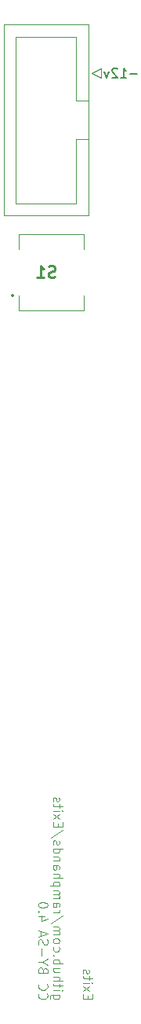
<source format=gbr>
G04 #@! TF.GenerationSoftware,KiCad,Pcbnew,(6.0.0)*
G04 #@! TF.CreationDate,2022-01-30T14:59:27+09:00*
G04 #@! TF.ProjectId,exits,65786974-732e-46b6-9963-61645f706362,2.1*
G04 #@! TF.SameCoordinates,Original*
G04 #@! TF.FileFunction,Legend,Bot*
G04 #@! TF.FilePolarity,Positive*
%FSLAX46Y46*%
G04 Gerber Fmt 4.6, Leading zero omitted, Abs format (unit mm)*
G04 Created by KiCad (PCBNEW (6.0.0)) date 2022-01-30 14:59:27*
%MOMM*%
%LPD*%
G01*
G04 APERTURE LIST*
%ADD10C,0.150000*%
%ADD11C,0.100000*%
%ADD12C,0.254000*%
%ADD13C,0.120000*%
%ADD14C,0.200000*%
G04 APERTURE END LIST*
D10*
X137814285Y-45871428D02*
X137052380Y-45871428D01*
X136052380Y-46252380D02*
X136623809Y-46252380D01*
X136338095Y-46252380D02*
X136338095Y-45252380D01*
X136433333Y-45395238D01*
X136528571Y-45490476D01*
X136623809Y-45538095D01*
X135671428Y-45347619D02*
X135623809Y-45300000D01*
X135528571Y-45252380D01*
X135290476Y-45252380D01*
X135195238Y-45300000D01*
X135147619Y-45347619D01*
X135100000Y-45442857D01*
X135100000Y-45538095D01*
X135147619Y-45680952D01*
X135719047Y-46252380D01*
X135100000Y-46252380D01*
X134766666Y-45585714D02*
X134528571Y-46252380D01*
X134290476Y-45585714D01*
D11*
X132486428Y-145496904D02*
X132486428Y-145163571D01*
X131962619Y-145020714D02*
X131962619Y-145496904D01*
X132962619Y-145496904D01*
X132962619Y-145020714D01*
X131962619Y-144687380D02*
X132629285Y-144163571D01*
X132629285Y-144687380D02*
X131962619Y-144163571D01*
X131962619Y-143782619D02*
X132629285Y-143782619D01*
X132962619Y-143782619D02*
X132915000Y-143830238D01*
X132867380Y-143782619D01*
X132915000Y-143735000D01*
X132962619Y-143782619D01*
X132867380Y-143782619D01*
X132629285Y-143449285D02*
X132629285Y-143068333D01*
X132962619Y-143306428D02*
X132105476Y-143306428D01*
X132010238Y-143258809D01*
X131962619Y-143163571D01*
X131962619Y-143068333D01*
X132010238Y-142782619D02*
X131962619Y-142687380D01*
X131962619Y-142496904D01*
X132010238Y-142401666D01*
X132105476Y-142354047D01*
X132153095Y-142354047D01*
X132248333Y-142401666D01*
X132295952Y-142496904D01*
X132295952Y-142639761D01*
X132343571Y-142735000D01*
X132438809Y-142782619D01*
X132486428Y-142782619D01*
X132581666Y-142735000D01*
X132629285Y-142639761D01*
X132629285Y-142496904D01*
X132581666Y-142401666D01*
X129409285Y-145068333D02*
X128599761Y-145068333D01*
X128504523Y-145115952D01*
X128456904Y-145163571D01*
X128409285Y-145258809D01*
X128409285Y-145401666D01*
X128456904Y-145496904D01*
X128790238Y-145068333D02*
X128742619Y-145163571D01*
X128742619Y-145354047D01*
X128790238Y-145449285D01*
X128837857Y-145496904D01*
X128933095Y-145544523D01*
X129218809Y-145544523D01*
X129314047Y-145496904D01*
X129361666Y-145449285D01*
X129409285Y-145354047D01*
X129409285Y-145163571D01*
X129361666Y-145068333D01*
X128742619Y-144592142D02*
X129409285Y-144592142D01*
X129742619Y-144592142D02*
X129695000Y-144639761D01*
X129647380Y-144592142D01*
X129695000Y-144544523D01*
X129742619Y-144592142D01*
X129647380Y-144592142D01*
X129409285Y-144258809D02*
X129409285Y-143877857D01*
X129742619Y-144115952D02*
X128885476Y-144115952D01*
X128790238Y-144068333D01*
X128742619Y-143973095D01*
X128742619Y-143877857D01*
X128742619Y-143544523D02*
X129742619Y-143544523D01*
X128742619Y-143115952D02*
X129266428Y-143115952D01*
X129361666Y-143163571D01*
X129409285Y-143258809D01*
X129409285Y-143401666D01*
X129361666Y-143496904D01*
X129314047Y-143544523D01*
X129409285Y-142211190D02*
X128742619Y-142211190D01*
X129409285Y-142639761D02*
X128885476Y-142639761D01*
X128790238Y-142592142D01*
X128742619Y-142496904D01*
X128742619Y-142354047D01*
X128790238Y-142258809D01*
X128837857Y-142211190D01*
X128742619Y-141735000D02*
X129742619Y-141735000D01*
X129361666Y-141735000D02*
X129409285Y-141639761D01*
X129409285Y-141449285D01*
X129361666Y-141354047D01*
X129314047Y-141306428D01*
X129218809Y-141258809D01*
X128933095Y-141258809D01*
X128837857Y-141306428D01*
X128790238Y-141354047D01*
X128742619Y-141449285D01*
X128742619Y-141639761D01*
X128790238Y-141735000D01*
X128837857Y-140830238D02*
X128790238Y-140782619D01*
X128742619Y-140830238D01*
X128790238Y-140877857D01*
X128837857Y-140830238D01*
X128742619Y-140830238D01*
X128790238Y-139925476D02*
X128742619Y-140020714D01*
X128742619Y-140211190D01*
X128790238Y-140306428D01*
X128837857Y-140354047D01*
X128933095Y-140401666D01*
X129218809Y-140401666D01*
X129314047Y-140354047D01*
X129361666Y-140306428D01*
X129409285Y-140211190D01*
X129409285Y-140020714D01*
X129361666Y-139925476D01*
X128742619Y-139354047D02*
X128790238Y-139449285D01*
X128837857Y-139496904D01*
X128933095Y-139544523D01*
X129218809Y-139544523D01*
X129314047Y-139496904D01*
X129361666Y-139449285D01*
X129409285Y-139354047D01*
X129409285Y-139211190D01*
X129361666Y-139115952D01*
X129314047Y-139068333D01*
X129218809Y-139020714D01*
X128933095Y-139020714D01*
X128837857Y-139068333D01*
X128790238Y-139115952D01*
X128742619Y-139211190D01*
X128742619Y-139354047D01*
X128742619Y-138592142D02*
X129409285Y-138592142D01*
X129314047Y-138592142D02*
X129361666Y-138544523D01*
X129409285Y-138449285D01*
X129409285Y-138306428D01*
X129361666Y-138211190D01*
X129266428Y-138163571D01*
X128742619Y-138163571D01*
X129266428Y-138163571D02*
X129361666Y-138115952D01*
X129409285Y-138020714D01*
X129409285Y-137877857D01*
X129361666Y-137782619D01*
X129266428Y-137735000D01*
X128742619Y-137735000D01*
X129790238Y-136544523D02*
X128504523Y-137401666D01*
X128742619Y-136211190D02*
X129409285Y-136211190D01*
X129218809Y-136211190D02*
X129314047Y-136163571D01*
X129361666Y-136115952D01*
X129409285Y-136020714D01*
X129409285Y-135925476D01*
X128742619Y-135163571D02*
X129266428Y-135163571D01*
X129361666Y-135211190D01*
X129409285Y-135306428D01*
X129409285Y-135496904D01*
X129361666Y-135592142D01*
X128790238Y-135163571D02*
X128742619Y-135258809D01*
X128742619Y-135496904D01*
X128790238Y-135592142D01*
X128885476Y-135639761D01*
X128980714Y-135639761D01*
X129075952Y-135592142D01*
X129123571Y-135496904D01*
X129123571Y-135258809D01*
X129171190Y-135163571D01*
X128742619Y-134687380D02*
X129409285Y-134687380D01*
X129314047Y-134687380D02*
X129361666Y-134639761D01*
X129409285Y-134544523D01*
X129409285Y-134401666D01*
X129361666Y-134306428D01*
X129266428Y-134258809D01*
X128742619Y-134258809D01*
X129266428Y-134258809D02*
X129361666Y-134211190D01*
X129409285Y-134115952D01*
X129409285Y-133973095D01*
X129361666Y-133877857D01*
X129266428Y-133830238D01*
X128742619Y-133830238D01*
X129409285Y-133354047D02*
X128409285Y-133354047D01*
X129361666Y-133354047D02*
X129409285Y-133258809D01*
X129409285Y-133068333D01*
X129361666Y-132973095D01*
X129314047Y-132925476D01*
X129218809Y-132877857D01*
X128933095Y-132877857D01*
X128837857Y-132925476D01*
X128790238Y-132973095D01*
X128742619Y-133068333D01*
X128742619Y-133258809D01*
X128790238Y-133354047D01*
X128742619Y-132449285D02*
X129742619Y-132449285D01*
X128742619Y-132020714D02*
X129266428Y-132020714D01*
X129361666Y-132068333D01*
X129409285Y-132163571D01*
X129409285Y-132306428D01*
X129361666Y-132401666D01*
X129314047Y-132449285D01*
X128742619Y-131115952D02*
X129266428Y-131115952D01*
X129361666Y-131163571D01*
X129409285Y-131258809D01*
X129409285Y-131449285D01*
X129361666Y-131544523D01*
X128790238Y-131115952D02*
X128742619Y-131211190D01*
X128742619Y-131449285D01*
X128790238Y-131544523D01*
X128885476Y-131592142D01*
X128980714Y-131592142D01*
X129075952Y-131544523D01*
X129123571Y-131449285D01*
X129123571Y-131211190D01*
X129171190Y-131115952D01*
X129409285Y-130639761D02*
X128742619Y-130639761D01*
X129314047Y-130639761D02*
X129361666Y-130592142D01*
X129409285Y-130496904D01*
X129409285Y-130354047D01*
X129361666Y-130258809D01*
X129266428Y-130211190D01*
X128742619Y-130211190D01*
X128742619Y-129306428D02*
X129742619Y-129306428D01*
X128790238Y-129306428D02*
X128742619Y-129401666D01*
X128742619Y-129592142D01*
X128790238Y-129687380D01*
X128837857Y-129735000D01*
X128933095Y-129782619D01*
X129218809Y-129782619D01*
X129314047Y-129735000D01*
X129361666Y-129687380D01*
X129409285Y-129592142D01*
X129409285Y-129401666D01*
X129361666Y-129306428D01*
X128790238Y-128877857D02*
X128742619Y-128782619D01*
X128742619Y-128592142D01*
X128790238Y-128496904D01*
X128885476Y-128449285D01*
X128933095Y-128449285D01*
X129028333Y-128496904D01*
X129075952Y-128592142D01*
X129075952Y-128735000D01*
X129123571Y-128830238D01*
X129218809Y-128877857D01*
X129266428Y-128877857D01*
X129361666Y-128830238D01*
X129409285Y-128735000D01*
X129409285Y-128592142D01*
X129361666Y-128496904D01*
X129790238Y-127306428D02*
X128504523Y-128163571D01*
X129266428Y-126973095D02*
X129266428Y-126639761D01*
X128742619Y-126496904D02*
X128742619Y-126973095D01*
X129742619Y-126973095D01*
X129742619Y-126496904D01*
X128742619Y-126163571D02*
X129409285Y-125639761D01*
X129409285Y-126163571D02*
X128742619Y-125639761D01*
X128742619Y-125258809D02*
X129409285Y-125258809D01*
X129742619Y-125258809D02*
X129695000Y-125306428D01*
X129647380Y-125258809D01*
X129695000Y-125211190D01*
X129742619Y-125258809D01*
X129647380Y-125258809D01*
X129409285Y-124925476D02*
X129409285Y-124544523D01*
X129742619Y-124782619D02*
X128885476Y-124782619D01*
X128790238Y-124735000D01*
X128742619Y-124639761D01*
X128742619Y-124544523D01*
X128790238Y-124258809D02*
X128742619Y-124163571D01*
X128742619Y-123973095D01*
X128790238Y-123877857D01*
X128885476Y-123830238D01*
X128933095Y-123830238D01*
X129028333Y-123877857D01*
X129075952Y-123973095D01*
X129075952Y-124115952D01*
X129123571Y-124211190D01*
X129218809Y-124258809D01*
X129266428Y-124258809D01*
X129361666Y-124211190D01*
X129409285Y-124115952D01*
X129409285Y-123973095D01*
X129361666Y-123877857D01*
X127227857Y-144925476D02*
X127180238Y-144973095D01*
X127132619Y-145115952D01*
X127132619Y-145211190D01*
X127180238Y-145354047D01*
X127275476Y-145449285D01*
X127370714Y-145496904D01*
X127561190Y-145544523D01*
X127704047Y-145544523D01*
X127894523Y-145496904D01*
X127989761Y-145449285D01*
X128085000Y-145354047D01*
X128132619Y-145211190D01*
X128132619Y-145115952D01*
X128085000Y-144973095D01*
X128037380Y-144925476D01*
X127227857Y-143925476D02*
X127180238Y-143973095D01*
X127132619Y-144115952D01*
X127132619Y-144211190D01*
X127180238Y-144354047D01*
X127275476Y-144449285D01*
X127370714Y-144496904D01*
X127561190Y-144544523D01*
X127704047Y-144544523D01*
X127894523Y-144496904D01*
X127989761Y-144449285D01*
X128085000Y-144354047D01*
X128132619Y-144211190D01*
X128132619Y-144115952D01*
X128085000Y-143973095D01*
X128037380Y-143925476D01*
X127656428Y-142401666D02*
X127608809Y-142258809D01*
X127561190Y-142211190D01*
X127465952Y-142163571D01*
X127323095Y-142163571D01*
X127227857Y-142211190D01*
X127180238Y-142258809D01*
X127132619Y-142354047D01*
X127132619Y-142735000D01*
X128132619Y-142735000D01*
X128132619Y-142401666D01*
X128085000Y-142306428D01*
X128037380Y-142258809D01*
X127942142Y-142211190D01*
X127846904Y-142211190D01*
X127751666Y-142258809D01*
X127704047Y-142306428D01*
X127656428Y-142401666D01*
X127656428Y-142735000D01*
X127608809Y-141544523D02*
X127132619Y-141544523D01*
X128132619Y-141877857D02*
X127608809Y-141544523D01*
X128132619Y-141211190D01*
X127513571Y-140877857D02*
X127513571Y-140115952D01*
X127180238Y-139687380D02*
X127132619Y-139544523D01*
X127132619Y-139306428D01*
X127180238Y-139211190D01*
X127227857Y-139163571D01*
X127323095Y-139115952D01*
X127418333Y-139115952D01*
X127513571Y-139163571D01*
X127561190Y-139211190D01*
X127608809Y-139306428D01*
X127656428Y-139496904D01*
X127704047Y-139592142D01*
X127751666Y-139639761D01*
X127846904Y-139687380D01*
X127942142Y-139687380D01*
X128037380Y-139639761D01*
X128085000Y-139592142D01*
X128132619Y-139496904D01*
X128132619Y-139258809D01*
X128085000Y-139115952D01*
X127418333Y-138735000D02*
X127418333Y-138258809D01*
X127132619Y-138830238D02*
X128132619Y-138496904D01*
X127132619Y-138163571D01*
X127799285Y-136639761D02*
X127132619Y-136639761D01*
X128180238Y-136877857D02*
X127465952Y-137115952D01*
X127465952Y-136496904D01*
X127227857Y-136115952D02*
X127180238Y-136068333D01*
X127132619Y-136115952D01*
X127180238Y-136163571D01*
X127227857Y-136115952D01*
X127132619Y-136115952D01*
X128132619Y-135449285D02*
X128132619Y-135354047D01*
X128085000Y-135258809D01*
X128037380Y-135211190D01*
X127942142Y-135163571D01*
X127751666Y-135115952D01*
X127513571Y-135115952D01*
X127323095Y-135163571D01*
X127227857Y-135211190D01*
X127180238Y-135258809D01*
X127132619Y-135354047D01*
X127132619Y-135449285D01*
X127180238Y-135544523D01*
X127227857Y-135592142D01*
X127323095Y-135639761D01*
X127513571Y-135687380D01*
X127751666Y-135687380D01*
X127942142Y-135639761D01*
X128037380Y-135592142D01*
X128085000Y-135544523D01*
X128132619Y-135449285D01*
D12*
X128942619Y-67744047D02*
X128761190Y-67804523D01*
X128458809Y-67804523D01*
X128337857Y-67744047D01*
X128277380Y-67683571D01*
X128216904Y-67562619D01*
X128216904Y-67441666D01*
X128277380Y-67320714D01*
X128337857Y-67260238D01*
X128458809Y-67199761D01*
X128700714Y-67139285D01*
X128821666Y-67078809D01*
X128882142Y-67018333D01*
X128942619Y-66897380D01*
X128942619Y-66776428D01*
X128882142Y-66655476D01*
X128821666Y-66595000D01*
X128700714Y-66534523D01*
X128398333Y-66534523D01*
X128216904Y-66595000D01*
X127007380Y-67804523D02*
X127733095Y-67804523D01*
X127370238Y-67804523D02*
X127370238Y-66534523D01*
X127491190Y-66715952D01*
X127612142Y-66836904D01*
X127733095Y-66897380D01*
D13*
X131230000Y-41840000D02*
X124730000Y-41840000D01*
X131230000Y-59820000D02*
X131230000Y-52880000D01*
X131230000Y-52880000D02*
X131230000Y-52880000D01*
X132540000Y-48780000D02*
X131230000Y-48780000D01*
X124730000Y-59820000D02*
X131230000Y-59820000D01*
X131230000Y-52880000D02*
X132540000Y-52880000D01*
X123420000Y-40540000D02*
X123420000Y-61120000D01*
X131230000Y-48780000D02*
X131230000Y-41840000D01*
X132930000Y-45750000D02*
X133930000Y-45250000D01*
X133930000Y-45250000D02*
X133930000Y-46250000D01*
X132540000Y-61120000D02*
X132540000Y-40540000D01*
X133930000Y-46250000D02*
X132930000Y-45750000D01*
X132540000Y-40540000D02*
X123420000Y-40540000D01*
X123420000Y-61120000D02*
X132540000Y-61120000D01*
X124730000Y-41840000D02*
X124730000Y-59820000D01*
D11*
X132050000Y-63155000D02*
X125050000Y-63155000D01*
X132050000Y-71305000D02*
X125050000Y-71305000D01*
D14*
X124250000Y-69730000D02*
X124250000Y-69730000D01*
D11*
X132050000Y-64730000D02*
X132050000Y-63155000D01*
X125050000Y-71305000D02*
X125050000Y-69730000D01*
X132050000Y-69730000D02*
X132050000Y-71305000D01*
D14*
X124450000Y-69730000D02*
X124450000Y-69730000D01*
D11*
X125050000Y-63155000D02*
X125050000Y-64730000D01*
D14*
X124250000Y-69730000D02*
G75*
G03*
X124450000Y-69730000I100000J0D01*
G01*
X124450000Y-69730000D02*
G75*
G03*
X124250000Y-69730000I-100000J0D01*
G01*
M02*

</source>
